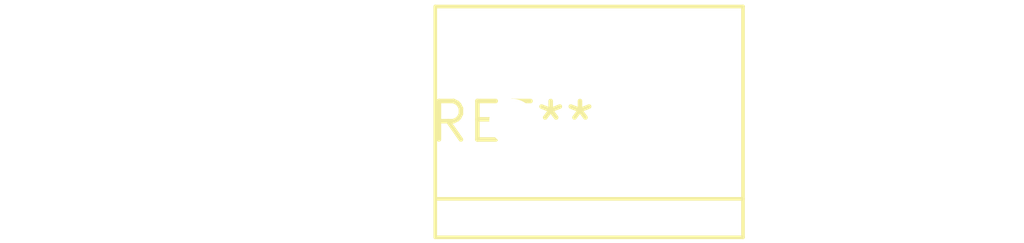
<source format=kicad_pcb>
(kicad_pcb (version 20240108) (generator pcbnew)
  (layers (0 "F.Cu" signal) (31 "B.Cu" signal) (34 "B.Paste" user) (35 "F.Paste" user) (36 "B.SilkS" user "B.Silkscreen") (37 "F.SilkS" user "F.Silkscreen") (38 "B.Mask" user) (39 "F.Mask" user) (44 "Edge.Cuts" user))
  (net 0 "")
  (footprint "TerminalBlock_bornier-2_P5.08mm" (layer "F.Cu") (at 0 0)
    (property "Reference" "REF**")
    (property "Value" "TerminalBlock_bornier-2_P5.08mm")
    (fp_line (start -2.54 -3.81) (end -2.54 3.81) (layer "F.SilkS") (stroke (width 0.12)))
    (fp_line (start -2.54 3.81) (end 7.62 3.81) (layer "F.SilkS") (stroke (width 0.12)))
    (fp_line (start 7.62 -3.81) (end -2.54 -3.81) (layer "F.SilkS") (stroke (width 0.12)))
    (fp_line (start 7.62 2.54) (end -2.54 2.54) (layer "F.SilkS") (stroke (width 0.12)))
    (fp_line (start 7.62 3.81) (end 7.62 -3.81) (layer "F.SilkS") (stroke (width 0.12)))
    (pad "1" thru_hole rect (at 0 0) (size 3 3) (drill 1.52) (layers *.Cu *.Mask) (remove_unused_layers))
    (pad "2" thru_hole circle (at 5.08 0) (size 3 3) (drill 1.52) (layers *.Cu *.Mask) (remove_unused_layers))
  )
)
</source>
